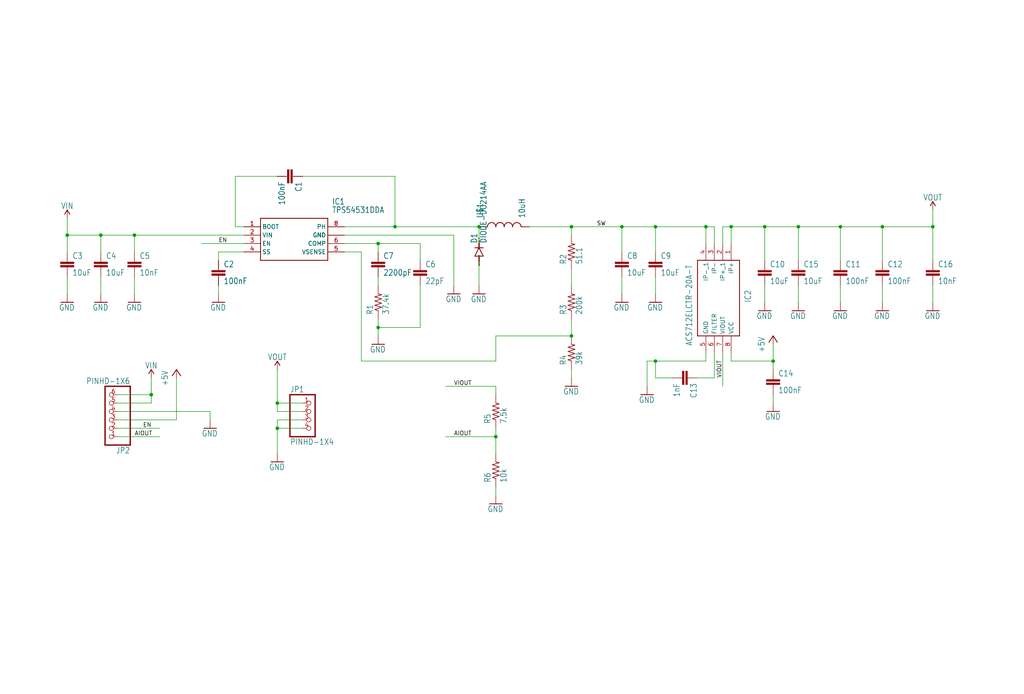
<source format=kicad_sch>
(kicad_sch (version 20211123) (generator eeschema)
  (paper "User" 309.524 210.007)
  (lib_symbols
    (symbol "buck module 5v-eagle-import:+5V" (power)
      (property "Value" "+5V" (at -2.54 -5.08 90))
      (symbol "+5V_1_0"
        (polyline (pts (xy 0 0) (xy -1.27 -1.905)) (stroke (width 0.254)))
        (polyline (pts (xy 1.27 -1.905) (xy 0 0)) (stroke (width 0.254)))
        (pin power_in line (at 0 -2.54 90) (length 2.54) (name "+5V") (number "1"))
      )
    )
    (symbol "buck module 5v-eagle-import:22UH-1040-5A"
      (property "Value" "22UH-1040-5A" (at 2.54 -6.35 0))
      (symbol "22UH-1040-5A_1_0"
        (arc (start 0 -5.08) (mid 0.898 -4.708) (end 1.27 -3.81) (stroke (width 0.254)))
        (arc (start 0 -2.54) (mid 0.898 -2.168) (end 1.27 -1.27) (stroke (width 0.254)))
        (arc (start 0 0) (mid 0.898 0.372) (end 1.27 1.27) (stroke (width 0.254)))
        (arc (start 0 2.54) (mid 0.898 2.912) (end 1.27 3.81) (stroke (width 0.254)))
        (arc (start 1.27 -3.81) (mid 0.898 -2.912) (end 0 -2.54) (stroke (width 0.254)))
        (arc (start 1.27 -1.27) (mid 0.898 -0.372) (end 0 0) (stroke (width 0.254)))
        (arc (start 1.27 1.27) (mid 0.898 2.168) (end 0 2.54) (stroke (width 0.254)))
        (arc (start 1.27 3.81) (mid 0.898 4.708) (end 0 5.08) (stroke (width 0.254)))
        (pin passive line (at 0 7.62 270) (length 2.54) (name "1") (number "P$1"))
        (pin passive line (at 0 -7.62 90) (length 2.54) (name "2") (number "P$2"))
      )
    )
    (symbol "buck module 5v-eagle-import:ACS712ELCTR-20A-T"
      (property "Reference" "IC" (at 13.97 10.16 0))
      (property "Value" "ACS712ELCTR-20A-T" (at 13.97 7.62 0))
      (symbol "ACS712ELCTR-20A-T_1_0"
        (polyline (pts (xy -10.16 5.08) (xy -10.16 -7.62)) (stroke (width 0.254)))
        (polyline (pts (xy -10.16 5.08) (xy 12.7 5.08)) (stroke (width 0.254)))
        (polyline (pts (xy 12.7 -7.62) (xy -10.16 -7.62)) (stroke (width 0.254)))
        (polyline (pts (xy 12.7 -7.62) (xy 12.7 5.08)) (stroke (width 0.254)))
        (pin bidirectional line (at -15.24 2.54 0) (length 5.08) (name "IP+") (number "1"))
        (pin bidirectional line (at -15.24 0 0) (length 5.08) (name "IP+_1") (number "2"))
        (pin bidirectional line (at -15.24 -2.54 0) (length 5.08) (name "IP-") (number "3"))
        (pin bidirectional line (at -15.24 -5.08 0) (length 5.08) (name "IP-_1") (number "4"))
        (pin power_in line (at 17.78 -5.08 180) (length 5.08) (name "GND") (number "5"))
        (pin bidirectional line (at 17.78 -2.54 180) (length 5.08) (name "FILTER") (number "6"))
        (pin bidirectional line (at 17.78 0 180) (length 5.08) (name "VIOUT") (number "7"))
        (pin power_in line (at 17.78 2.54 180) (length 5.08) (name "VCC") (number "8"))
      )
    )
    (symbol "buck module 5v-eagle-import:C-EUC0603"
      (property "Reference" "C" (at 1.524 0.381 0))
      (property "Value" "C-EUC0603" (at 1.524 -4.699 0))
      (symbol "C-EUC0603_1_0"
        (rectangle (start -2.032 -2.032) (end 2.032 -1.524) (fill (type outline)))
        (rectangle (start -2.032 -1.016) (end 2.032 -0.508) (fill (type outline)))
        (polyline (pts (xy 0 -2.54) (xy 0 -2.032)) (stroke (width 0.1524)))
        (polyline (pts (xy 0 0) (xy 0 -0.508)) (stroke (width 0.1524)))
        (pin passive line (at 0 2.54 270) (length 2.54) (name "1") (number "1"))
        (pin passive line (at 0 -5.08 90) (length 2.54) (name "2") (number "2"))
      )
    )
    (symbol "buck module 5v-eagle-import:C-EUC1206"
      (property "Reference" "C" (at 1.524 0.381 0))
      (property "Value" "C-EUC1206" (at 1.524 -4.699 0))
      (symbol "C-EUC1206_1_0"
        (rectangle (start -2.032 -2.032) (end 2.032 -1.524) (fill (type outline)))
        (rectangle (start -2.032 -1.016) (end 2.032 -0.508) (fill (type outline)))
        (polyline (pts (xy 0 -2.54) (xy 0 -2.032)) (stroke (width 0.1524)))
        (polyline (pts (xy 0 0) (xy 0 -0.508)) (stroke (width 0.1524)))
        (pin passive line (at 0 2.54 270) (length 2.54) (name "1") (number "1"))
        (pin passive line (at 0 -5.08 90) (length 2.54) (name "2") (number "2"))
      )
    )
    (symbol "buck module 5v-eagle-import:DIODE-DO214AA"
      (property "Reference" "D" (at 2.54 0.4826 0))
      (property "Value" "DIODE-DO214AA" (at 2.54 -2.3114 0))
      (symbol "DIODE-DO214AA_1_0"
        (polyline (pts (xy -1.27 -1.27) (xy 1.27 0)) (stroke (width 0.254)))
        (polyline (pts (xy -1.27 0) (xy -2.54 0)) (stroke (width 0.254)))
        (polyline (pts (xy -1.27 0) (xy -1.27 -1.27)) (stroke (width 0.254)))
        (polyline (pts (xy -1.27 1.27) (xy -1.27 0)) (stroke (width 0.254)))
        (polyline (pts (xy 1.27 0) (xy -1.27 1.27)) (stroke (width 0.254)))
        (polyline (pts (xy 1.27 0) (xy 1.27 -1.27)) (stroke (width 0.254)))
        (polyline (pts (xy 1.27 1.27) (xy 1.27 0)) (stroke (width 0.254)))
        (polyline (pts (xy 2.54 0) (xy 1.27 0)) (stroke (width 0.254)))
        (text "SpiceOrder 1" (at -2.54 0 0) (effects (font (size 0.4064 0.3454))))
        (text "SpiceOrder 2" (at 2.54 0 0) (effects (font (size 0.4064 0.3454))))
        (pin passive line (at -2.54 0 0) (length 0) (name "A") (number "A"))
        (pin passive line (at 2.54 0 180) (length 0) (name "C") (number "C"))
      )
    )
    (symbol "buck module 5v-eagle-import:GND" (power)
      (property "Value" "GND" (at -2.54 -2.54 0))
      (symbol "GND_1_0"
        (polyline (pts (xy -1.905 0) (xy 1.905 0)) (stroke (width 0.254)))
        (pin power_in line (at 0 2.54 270) (length 2.54) (name "GND") (number "1"))
      )
    )
    (symbol "buck module 5v-eagle-import:PINHD-1X4"
      (property "Reference" "JP" (at -6.35 8.255 0))
      (property "Value" "PINHD-1X4" (at -6.35 -7.62 0))
      (symbol "PINHD-1X4_1_0"
        (polyline (pts (xy -6.35 -5.08) (xy 1.27 -5.08)) (stroke (width 0.4064)))
        (polyline (pts (xy -6.35 7.62) (xy -6.35 -5.08)) (stroke (width 0.4064)))
        (polyline (pts (xy 1.27 -5.08) (xy 1.27 7.62)) (stroke (width 0.4064)))
        (polyline (pts (xy 1.27 7.62) (xy -6.35 7.62)) (stroke (width 0.4064)))
        (pin passive inverted (at -2.54 5.08 0) (length 2.54) (name "1") (number "1"))
        (pin passive inverted (at -2.54 2.54 0) (length 2.54) (name "2") (number "2"))
        (pin passive inverted (at -2.54 0 0) (length 2.54) (name "3") (number "3"))
        (pin passive inverted (at -2.54 -2.54 0) (length 2.54) (name "4") (number "4"))
      )
    )
    (symbol "buck module 5v-eagle-import:PINHD-1X6"
      (property "Reference" "JP" (at -6.35 10.795 0))
      (property "Value" "PINHD-1X6" (at -6.35 -10.16 0))
      (symbol "PINHD-1X6_1_0"
        (polyline (pts (xy -6.35 -7.62) (xy 1.27 -7.62)) (stroke (width 0.4064)))
        (polyline (pts (xy -6.35 10.16) (xy -6.35 -7.62)) (stroke (width 0.4064)))
        (polyline (pts (xy 1.27 -7.62) (xy 1.27 10.16)) (stroke (width 0.4064)))
        (polyline (pts (xy 1.27 10.16) (xy -6.35 10.16)) (stroke (width 0.4064)))
        (pin passive inverted (at -2.54 7.62 0) (length 2.54) (name "1") (number "1"))
        (pin passive inverted (at -2.54 5.08 0) (length 2.54) (name "2") (number "2"))
        (pin passive inverted (at -2.54 2.54 0) (length 2.54) (name "3") (number "3"))
        (pin passive inverted (at -2.54 0 0) (length 2.54) (name "4") (number "4"))
        (pin passive inverted (at -2.54 -2.54 0) (length 2.54) (name "5") (number "5"))
        (pin passive inverted (at -2.54 -5.08 0) (length 2.54) (name "6") (number "6"))
      )
    )
    (symbol "buck module 5v-eagle-import:R-US_R0603"
      (property "Reference" "R" (at -3.81 1.4986 0))
      (property "Value" "R-US_R0603" (at -3.81 -3.302 0))
      (symbol "R-US_R0603_1_0"
        (polyline (pts (xy -2.54 0) (xy -2.159 1.016)) (stroke (width 0.2032)))
        (polyline (pts (xy -2.159 1.016) (xy -1.524 -1.016)) (stroke (width 0.2032)))
        (polyline (pts (xy -1.524 -1.016) (xy -0.889 1.016)) (stroke (width 0.2032)))
        (polyline (pts (xy -0.889 1.016) (xy -0.254 -1.016)) (stroke (width 0.2032)))
        (polyline (pts (xy -0.254 -1.016) (xy 0.381 1.016)) (stroke (width 0.2032)))
        (polyline (pts (xy 0.381 1.016) (xy 1.016 -1.016)) (stroke (width 0.2032)))
        (polyline (pts (xy 1.016 -1.016) (xy 1.651 1.016)) (stroke (width 0.2032)))
        (polyline (pts (xy 1.651 1.016) (xy 2.286 -1.016)) (stroke (width 0.2032)))
        (polyline (pts (xy 2.286 -1.016) (xy 2.54 0)) (stroke (width 0.2032)))
        (pin passive line (at -5.08 0 0) (length 2.54) (name "1") (number "1"))
        (pin passive line (at 5.08 0 180) (length 2.54) (name "2") (number "2"))
      )
    )
    (symbol "buck module 5v-eagle-import:TPS54531DDA"
      (property "Reference" "IC" (at 11.43 10.16 0))
      (property "Value" "TPS54531DDA" (at 11.43 7.62 0))
      (symbol "TPS54531DDA_1_0"
        (polyline (pts (xy -10.16 5.08) (xy -10.16 -7.62)) (stroke (width 0.254)))
        (polyline (pts (xy -10.16 5.08) (xy 10.16 5.08)) (stroke (width 0.254)))
        (polyline (pts (xy 10.16 -7.62) (xy -10.16 -7.62)) (stroke (width 0.254)))
        (polyline (pts (xy 10.16 -7.62) (xy 10.16 5.08)) (stroke (width 0.254)))
        (pin bidirectional line (at -15.24 2.54 0) (length 5.08) (name "BOOT") (number "1"))
        (pin bidirectional line (at -15.24 0 0) (length 5.08) (name "VIN") (number "2"))
        (pin bidirectional line (at -15.24 -2.54 0) (length 5.08) (name "EN") (number "3"))
        (pin bidirectional line (at -15.24 -5.08 0) (length 5.08) (name "SS") (number "4"))
        (pin bidirectional line (at 15.24 -5.08 180) (length 5.08) (name "VSENSE") (number "5"))
        (pin bidirectional line (at 15.24 -2.54 180) (length 5.08) (name "COMP") (number "6"))
        (pin bidirectional line (at 15.24 0 180) (length 5.08) (name "GND") (number "7"))
        (pin bidirectional line (at 15.24 2.54 180) (length 5.08) (name "PH") (number "8"))
        (pin bidirectional line (at 15.24 0 180) (length 5.08) (name "GND") (number "9"))
      )
    )
    (symbol "buck module 5v-eagle-import:VIN" (power)
      (property "Value" "VIN" (at 0 2.794 0))
      (symbol "VIN_1_0"
        (polyline (pts (xy 0 2.54) (xy -0.762 1.27)) (stroke (width 0.254)))
        (polyline (pts (xy 0.762 1.27) (xy 0 2.54)) (stroke (width 0.254)))
        (pin power_in line (at 0 0 90) (length 2.54) (name "VIN") (number "1"))
      )
    )
    (symbol "buck module 5v-eagle-import:VOUT" (power)
      (property "Value" "VOUT" (at 0 2.794 0))
      (symbol "VOUT_1_0"
        (polyline (pts (xy 0 2.54) (xy -0.762 1.27)) (stroke (width 0.254)))
        (polyline (pts (xy 0.762 1.27) (xy 0 2.54)) (stroke (width 0.254)))
        (pin power_in line (at 0 0 90) (length 2.54) (name "VOUT") (number "1"))
      )
    )
  )
  (junction (at 198.12 109.22))
  (junction (at 114.3 99.06))
  (junction (at 281.94 68.58))
  (junction (at 83.82 121.92))
  (junction (at 30.48 71.12))
  (junction (at 233.68 109.22))
  (junction (at 149.86 132.08))
  (junction (at 213.36 68.58))
  (junction (at 45.72 119.38))
  (junction (at 144.78 68.58))
  (junction (at 20.32 71.12))
  (junction (at 220.98 68.58))
  (junction (at 254 68.58))
  (junction (at 114.3 73.66))
  (junction (at 231.14 68.58))
  (junction (at 198.12 68.58))
  (junction (at 119.38 68.58))
  (junction (at 241.3 68.58))
  (junction (at 187.96 68.58))
  (junction (at 40.64 71.12))
  (junction (at 172.72 68.58))
  (junction (at 83.82 129.54))
  (junction (at 172.72 101.6))
  (junction (at 266.7 68.58))
  (wire (pts (xy 172.72 101.6) (xy 172.72 96.52)))
  (wire (pts (xy 114.3 86.36) (xy 114.3 83.82)))
  (wire (pts (xy 119.38 68.58) (xy 104.14 68.58)))
  (wire (pts (xy 220.98 106.68) (xy 220.98 109.22)))
  (wire (pts (xy 73.66 71.12) (xy 40.64 71.12)))
  (wire (pts (xy 20.32 88.9) (xy 20.32 83.82)))
  (wire (pts (xy 40.64 71.12) (xy 30.48 71.12)))
  (wire (pts (xy 114.3 76.2) (xy 114.3 73.66)))
  (wire (pts (xy 73.66 76.2) (xy 66.04 76.2)))
  (wire (pts (xy 231.14 91.44) (xy 231.14 86.36)))
  (wire (pts (xy 91.44 121.92) (xy 83.82 121.92)))
  (wire (pts (xy 40.64 76.2) (xy 40.64 71.12)))
  (wire (pts (xy 73.66 73.66) (xy 60.96 73.66)))
  (wire (pts (xy 66.04 88.9) (xy 66.04 86.36)))
  (wire (pts (xy 53.34 127) (xy 53.34 114.3)))
  (wire (pts (xy 231.14 78.74) (xy 231.14 68.58)))
  (wire (pts (xy 83.82 124.46) (xy 83.82 121.92)))
  (wire (pts (xy 218.44 106.68) (xy 218.44 116.84)))
  (wire (pts (xy 83.82 127) (xy 83.82 129.54)))
  (wire (pts (xy 187.96 68.58) (xy 198.12 68.58)))
  (wire (pts (xy 198.12 114.3) (xy 198.12 109.22)))
  (wire (pts (xy 40.64 88.9) (xy 40.64 83.82)))
  (wire (pts (xy 30.48 71.12) (xy 20.32 71.12)))
  (wire (pts (xy 254 68.58) (xy 266.7 68.58)))
  (wire (pts (xy 198.12 109.22) (xy 195.58 109.22)))
  (wire (pts (xy 45.72 119.38) (xy 45.72 114.3)))
  (wire (pts (xy 83.82 121.92) (xy 83.82 111.76)))
  (wire (pts (xy 109.22 109.22) (xy 149.86 109.22)))
  (wire (pts (xy 20.32 76.2) (xy 20.32 71.12)))
  (wire (pts (xy 104.14 76.2) (xy 109.22 76.2)))
  (wire (pts (xy 281.94 91.44) (xy 281.94 86.36)))
  (wire (pts (xy 213.36 106.68) (xy 213.36 109.22)))
  (wire (pts (xy 114.3 96.52) (xy 114.3 99.06)))
  (wire (pts (xy 149.86 101.6) (xy 172.72 101.6)))
  (wire (pts (xy 91.44 124.46) (xy 83.82 124.46)))
  (wire (pts (xy 35.56 124.46) (xy 63.5 124.46)))
  (wire (pts (xy 63.5 124.46) (xy 63.5 127)))
  (wire (pts (xy 172.72 114.3) (xy 172.72 111.76)))
  (wire (pts (xy 35.56 119.38) (xy 45.72 119.38)))
  (wire (pts (xy 215.9 73.66) (xy 215.9 68.58)))
  (wire (pts (xy 91.44 53.34) (xy 119.38 53.34)))
  (wire (pts (xy 119.38 53.34) (xy 119.38 68.58)))
  (wire (pts (xy 149.86 132.08) (xy 134.62 132.08)))
  (wire (pts (xy 198.12 76.2) (xy 198.12 68.58)))
  (wire (pts (xy 172.72 68.58) (xy 187.96 68.58)))
  (wire (pts (xy 213.36 68.58) (xy 215.9 68.58)))
  (wire (pts (xy 218.44 73.66) (xy 218.44 68.58)))
  (wire (pts (xy 127 86.36) (xy 127 99.06)))
  (wire (pts (xy 254 91.44) (xy 254 86.36)))
  (wire (pts (xy 149.86 132.08) (xy 149.86 137.16)))
  (wire (pts (xy 213.36 73.66) (xy 213.36 68.58)))
  (wire (pts (xy 187.96 88.9) (xy 187.96 83.82)))
  (wire (pts (xy 233.68 121.92) (xy 233.68 119.38)))
  (wire (pts (xy 144.78 86.36) (xy 144.78 78.74)))
  (wire (pts (xy 91.44 127) (xy 83.82 127)))
  (wire (pts (xy 66.04 76.2) (xy 66.04 78.74)))
  (wire (pts (xy 281.94 68.58) (xy 281.94 63.5)))
  (wire (pts (xy 241.3 78.74) (xy 241.3 68.58)))
  (wire (pts (xy 215.9 114.3) (xy 210.82 114.3)))
  (wire (pts (xy 35.56 132.08) (xy 48.26 132.08)))
  (wire (pts (xy 149.86 129.54) (xy 149.86 132.08)))
  (wire (pts (xy 35.56 127) (xy 53.34 127)))
  (wire (pts (xy 91.44 129.54) (xy 83.82 129.54)))
  (wire (pts (xy 104.14 71.12) (xy 137.16 71.12)))
  (wire (pts (xy 35.56 129.54) (xy 48.26 129.54)))
  (wire (pts (xy 241.3 91.44) (xy 241.3 86.36)))
  (wire (pts (xy 215.9 106.68) (xy 215.9 114.3)))
  (wire (pts (xy 83.82 129.54) (xy 83.82 137.16)))
  (wire (pts (xy 160.02 68.58) (xy 172.72 68.58)))
  (wire (pts (xy 73.66 68.58) (xy 71.12 68.58)))
  (wire (pts (xy 172.72 81.28) (xy 172.72 86.36)))
  (wire (pts (xy 109.22 76.2) (xy 109.22 109.22)))
  (wire (pts (xy 198.12 68.58) (xy 213.36 68.58)))
  (wire (pts (xy 30.48 76.2) (xy 30.48 71.12)))
  (wire (pts (xy 218.44 68.58) (xy 220.98 68.58)))
  (wire (pts (xy 220.98 73.66) (xy 220.98 68.58)))
  (wire (pts (xy 104.14 73.66) (xy 114.3 73.66)))
  (wire (pts (xy 266.7 86.36) (xy 266.7 91.44)))
  (wire (pts (xy 254 78.74) (xy 254 68.58)))
  (wire (pts (xy 231.14 68.58) (xy 241.3 68.58)))
  (wire (pts (xy 45.72 121.92) (xy 45.72 119.38)))
  (wire (pts (xy 233.68 109.22) (xy 233.68 104.14)))
  (wire (pts (xy 114.3 99.06) (xy 114.3 101.6)))
  (wire (pts (xy 35.56 121.92) (xy 45.72 121.92)))
  (wire (pts (xy 20.32 71.12) (xy 20.32 66.04)))
  (wire (pts (xy 30.48 88.9) (xy 30.48 83.82)))
  (wire (pts (xy 149.86 147.32) (xy 149.86 149.86)))
  (wire (pts (xy 266.7 68.58) (xy 281.94 68.58)))
  (wire (pts (xy 137.16 71.12) (xy 137.16 86.36)))
  (wire (pts (xy 198.12 88.9) (xy 198.12 83.82)))
  (wire (pts (xy 233.68 111.76) (xy 233.68 109.22)))
  (wire (pts (xy 144.78 73.66) (xy 144.78 68.58)))
  (wire (pts (xy 119.38 68.58) (xy 144.78 68.58)))
  (wire (pts (xy 114.3 73.66) (xy 127 73.66)))
  (wire (pts (xy 266.7 78.74) (xy 266.7 68.58)))
  (wire (pts (xy 149.86 109.22) (xy 149.86 101.6)))
  (wire (pts (xy 220.98 109.22) (xy 233.68 109.22)))
  (wire (pts (xy 172.72 71.12) (xy 172.72 68.58)))
  (wire (pts (xy 281.94 68.58) (xy 281.94 78.74)))
  (wire (pts (xy 71.12 68.58) (xy 71.12 53.34)))
  (wire (pts (xy 127 73.66) (xy 127 78.74)))
  (wire (pts (xy 241.3 68.58) (xy 254 68.58)))
  (wire (pts (xy 71.12 53.34) (xy 83.82 53.34)))
  (wire (pts (xy 149.86 119.38) (xy 149.86 116.84)))
  (wire (pts (xy 127 99.06) (xy 114.3 99.06)))
  (wire (pts (xy 195.58 109.22) (xy 195.58 116.84)))
  (wire (pts (xy 203.2 114.3) (xy 198.12 114.3)))
  (wire (pts (xy 213.36 109.22) (xy 198.12 109.22)))
  (wire (pts (xy 220.98 68.58) (xy 231.14 68.58)))
  (wire (pts (xy 149.86 116.84) (xy 134.62 116.84)))
  (wire (pts (xy 187.96 76.2) (xy 187.96 68.58)))
  (label "AIOUT" (at 137.16 132.08 0) (effects (font (size 1.2446 1.2446))))
  (label "EN" (at 66.04 73.66 0) (effects (font (size 1.2446 1.2446))))
  (label "SW" (at 180.34 68.58 0) (effects (font (size 1.2446 1.2446))))
  (label "VIOUT" (at 218.44 114.3 90) (effects (font (size 1.2446 1.2446))))
  (label "AIOUT" (at 40.64 132.08 0) (effects (font (size 1.2446 1.2446))))
  (label "VIOUT" (at 137.16 116.84 0) (effects (font (size 1.2446 1.2446))))
  (label "EN" (at 43.18 129.54 0) (effects (font (size 1.2446 1.2446))))
  (symbol (lib_id "buck module 5v-eagle-import:GND") (at 266.7 93.98 0) (unit 1)
    (property "Reference" "#GND14" (effects hide))
    (property "Value" "GND" (at 264.16 96.52 0) (effects (font (size 1.778 1.5113)) (justify left bottom)))
    (property "Footprint" "buck module 5v:" (effects hide))
  )
  (symbol (lib_id "buck module 5v-eagle-import:C-EUC1206") (at 187.96 78.74 0) (unit 1)
    (property "Reference" "C8" (at 189.484 78.359 0) (effects (font (size 1.778 1.5113)) (justify left bottom)))
    (property "Value" "10uF" (at 189.484 83.439 0) (effects (font (size 1.778 1.5113)) (justify left bottom)))
    (property "Footprint" "buck module 5v:C1206" (effects hide))
  )
  (symbol (lib_id "buck module 5v-eagle-import:VOUT") (at 281.94 63.5 0) (unit 1)
    (property "Reference" "#SUPPLY2" (effects hide))
    (property "Value" "VOUT" (at 281.94 60.706 0) (effects (font (size 1.778 1.5113)) (justify bottom)))
    (property "Footprint" "buck module 5v:" (effects hide))
  )
  (symbol (lib_id "buck module 5v-eagle-import:C-EUC1206") (at 198.12 78.74 0) (unit 1)
    (property "Reference" "C9" (at 199.644 78.359 0) (effects (font (size 1.778 1.5113)) (justify left bottom)))
    (property "Value" "10uF" (at 199.644 83.439 0) (effects (font (size 1.778 1.5113)) (justify left bottom)))
    (property "Footprint" "buck module 5v:C1206" (effects hide))
  )
  (symbol (lib_id "buck module 5v-eagle-import:R-US_R0603") (at 172.72 76.2 90) (unit 1)
    (property "Reference" "R2" (at 171.2214 80.01 0) (effects (font (size 1.778 1.5113)) (justify left bottom)))
    (property "Value" "51.1" (at 176.022 80.01 0) (effects (font (size 1.778 1.5113)) (justify left bottom)))
    (property "Footprint" "buck module 5v:R0603" (effects hide))
  )
  (symbol (lib_id "buck module 5v-eagle-import:GND") (at 149.86 152.4 0) (unit 1)
    (property "Reference" "#GND15" (effects hide))
    (property "Value" "GND" (at 147.32 154.94 0) (effects (font (size 1.778 1.5113)) (justify left bottom)))
    (property "Footprint" "buck module 5v:" (effects hide))
  )
  (symbol (lib_id "buck module 5v-eagle-import:GND") (at 137.16 88.9 0) (unit 1)
    (property "Reference" "#GND1" (effects hide))
    (property "Value" "GND" (at 134.62 91.44 0) (effects (font (size 1.778 1.5113)) (justify left bottom)))
    (property "Footprint" "buck module 5v:" (effects hide))
  )
  (symbol (lib_id "buck module 5v-eagle-import:GND") (at 114.3 104.14 0) (unit 1)
    (property "Reference" "#GND4" (effects hide))
    (property "Value" "GND" (at 111.76 106.68 0) (effects (font (size 1.778 1.5113)) (justify left bottom)))
    (property "Footprint" "buck module 5v:" (effects hide))
  )
  (symbol (lib_id "buck module 5v-eagle-import:C-EUC0603") (at 281.94 81.28 0) (unit 1)
    (property "Reference" "C16" (at 283.464 80.899 0) (effects (font (size 1.778 1.5113)) (justify left bottom)))
    (property "Value" "10nF" (at 283.464 85.979 0) (effects (font (size 1.778 1.5113)) (justify left bottom)))
    (property "Footprint" "buck module 5v:C0603" (effects hide))
  )
  (symbol (lib_id "buck module 5v-eagle-import:C-EUC0603") (at 127 81.28 0) (unit 1)
    (property "Reference" "C6" (at 128.524 80.899 0) (effects (font (size 1.778 1.5113)) (justify left bottom)))
    (property "Value" "22pF" (at 128.524 85.979 0) (effects (font (size 1.778 1.5113)) (justify left bottom)))
    (property "Footprint" "buck module 5v:C0603" (effects hide))
  )
  (symbol (lib_id "buck module 5v-eagle-import:GND") (at 172.72 116.84 0) (unit 1)
    (property "Reference" "#GND8" (effects hide))
    (property "Value" "GND" (at 170.18 119.38 0) (effects (font (size 1.778 1.5113)) (justify left bottom)))
    (property "Footprint" "buck module 5v:" (effects hide))
  )
  (symbol (lib_id "buck module 5v-eagle-import:C-EUC0603") (at 233.68 114.3 0) (unit 1)
    (property "Reference" "C14" (at 235.204 113.919 0) (effects (font (size 1.778 1.5113)) (justify left bottom)))
    (property "Value" "100nF" (at 235.204 118.999 0) (effects (font (size 1.778 1.5113)) (justify left bottom)))
    (property "Footprint" "buck module 5v:C0603" (effects hide))
  )
  (symbol (lib_id "buck module 5v-eagle-import:GND") (at 195.58 119.38 0) (unit 1)
    (property "Reference" "#GND11" (effects hide))
    (property "Value" "GND" (at 193.04 121.92 0) (effects (font (size 1.778 1.5113)) (justify left bottom)))
    (property "Footprint" "buck module 5v:" (effects hide))
  )
  (symbol (lib_id "buck module 5v-eagle-import:+5V") (at 53.34 111.76 0) (unit 1)
    (property "Reference" "#P+2" (effects hide))
    (property "Value" "+5V" (at 50.8 116.84 90) (effects (font (size 1.778 1.5113)) (justify left bottom)))
    (property "Footprint" "buck module 5v:" (effects hide))
  )
  (symbol (lib_id "buck module 5v-eagle-import:VIN") (at 20.32 66.04 0) (unit 1)
    (property "Reference" "#SUPPLY1" (effects hide))
    (property "Value" "VIN" (at 20.32 63.246 0) (effects (font (size 1.778 1.5113)) (justify bottom)))
    (property "Footprint" "buck module 5v:" (effects hide))
  )
  (symbol (lib_id "buck module 5v-eagle-import:C-EUC0603") (at 266.7 81.28 0) (unit 1)
    (property "Reference" "C12" (at 268.224 80.899 0) (effects (font (size 1.778 1.5113)) (justify left bottom)))
    (property "Value" "100nF" (at 268.224 85.979 0) (effects (font (size 1.778 1.5113)) (justify left bottom)))
    (property "Footprint" "buck module 5v:C0603" (effects hide))
  )
  (symbol (lib_id "buck module 5v-eagle-import:GND") (at 66.04 91.44 0) (unit 1)
    (property "Reference" "#GND2" (effects hide))
    (property "Value" "GND" (at 63.5 93.98 0) (effects (font (size 1.778 1.5113)) (justify left bottom)))
    (property "Footprint" "buck module 5v:" (effects hide))
  )
  (symbol (lib_id "buck module 5v-eagle-import:PINHD-1X6") (at 33.02 124.46 180) (unit 1)
    (property "Reference" "JP2" (at 39.37 135.255 0) (effects (font (size 1.778 1.5113)) (justify left bottom)))
    (property "Value" "PINHD-1X6" (at 39.37 114.3 0) (effects (font (size 1.778 1.5113)) (justify left bottom)))
    (property "Footprint" "buck module 5v:1X06" (effects hide))
  )
  (symbol (lib_id "buck module 5v-eagle-import:VIN") (at 45.72 114.3 0) (unit 1)
    (property "Reference" "#SUPPLY4" (effects hide))
    (property "Value" "VIN" (at 45.72 111.506 0) (effects (font (size 1.778 1.5113)) (justify bottom)))
    (property "Footprint" "buck module 5v:" (effects hide))
  )
  (symbol (lib_id "buck module 5v-eagle-import:GND") (at 83.82 139.7 0) (unit 1)
    (property "Reference" "#GND16" (effects hide))
    (property "Value" "GND" (at 81.28 142.24 0) (effects (font (size 1.778 1.5113)) (justify left bottom)))
    (property "Footprint" "buck module 5v:" (effects hide))
  )
  (symbol (lib_id "buck module 5v-eagle-import:C-EUC0603") (at 40.64 78.74 0) (unit 1)
    (property "Reference" "C5" (at 42.164 78.359 0) (effects (font (size 1.778 1.5113)) (justify left bottom)))
    (property "Value" "10nF" (at 42.164 83.439 0) (effects (font (size 1.778 1.5113)) (justify left bottom)))
    (property "Footprint" "buck module 5v:C0603" (effects hide))
  )
  (symbol (lib_id "buck module 5v-eagle-import:GND") (at 187.96 91.44 0) (unit 1)
    (property "Reference" "#GND9" (effects hide))
    (property "Value" "GND" (at 185.42 93.98 0) (effects (font (size 1.778 1.5113)) (justify left bottom)))
    (property "Footprint" "buck module 5v:" (effects hide))
  )
  (symbol (lib_id "buck module 5v-eagle-import:ACS712ELCTR-20A-T") (at 218.44 88.9 270) (unit 1)
    (property "Reference" "IC2" (at 226.06 87.63 0) (effects (font (size 1.778 1.5113)) (justify left)))
    (property "Value" "ACS712ELCTR-20A-T" (at 208.28 80.01 0) (effects (font (size 1.778 1.5113)) (justify left)))
    (property "Footprint" "buck module 5v:SOIC127P600X175-8N" (effects hide))
  )
  (symbol (lib_id "buck module 5v-eagle-import:C-EUC1206") (at 231.14 81.28 0) (unit 1)
    (property "Reference" "C10" (at 232.664 80.899 0) (effects (font (size 1.778 1.5113)) (justify left bottom)))
    (property "Value" "10uF" (at 232.664 85.979 0) (effects (font (size 1.778 1.5113)) (justify left bottom)))
    (property "Footprint" "buck module 5v:C1206" (effects hide))
  )
  (symbol (lib_id "buck module 5v-eagle-import:GND") (at 254 93.98 0) (unit 1)
    (property "Reference" "#GND13" (effects hide))
    (property "Value" "GND" (at 251.46 96.52 0) (effects (font (size 1.778 1.5113)) (justify left bottom)))
    (property "Footprint" "buck module 5v:" (effects hide))
  )
  (symbol (lib_id "buck module 5v-eagle-import:GND") (at 281.94 93.98 0) (unit 1)
    (property "Reference" "#GND20" (effects hide))
    (property "Value" "GND" (at 279.4 96.52 0) (effects (font (size 1.778 1.5113)) (justify left bottom)))
    (property "Footprint" "buck module 5v:" (effects hide))
  )
  (symbol (lib_id "buck module 5v-eagle-import:R-US_R0603") (at 172.72 91.44 90) (unit 1)
    (property "Reference" "R3" (at 171.2214 95.25 0) (effects (font (size 1.778 1.5113)) (justify left bottom)))
    (property "Value" "200k" (at 176.022 95.25 0) (effects (font (size 1.778 1.5113)) (justify left bottom)))
    (property "Footprint" "buck module 5v:R0603" (effects hide))
  )
  (symbol (lib_id "buck module 5v-eagle-import:C-EUC0603") (at 88.9 53.34 270) (unit 1)
    (property "Reference" "C1" (at 89.281 54.864 0) (effects (font (size 1.778 1.5113)) (justify left bottom)))
    (property "Value" "100nF" (at 84.201 54.864 0) (effects (font (size 1.778 1.5113)) (justify left bottom)))
    (property "Footprint" "buck module 5v:C0603" (effects hide))
  )
  (symbol (lib_id "buck module 5v-eagle-import:GND") (at 233.68 124.46 0) (unit 1)
    (property "Reference" "#GND18" (effects hide))
    (property "Value" "GND" (at 231.14 127 0) (effects (font (size 1.778 1.5113)) (justify left bottom)))
    (property "Footprint" "buck module 5v:" (effects hide))
  )
  (symbol (lib_id "buck module 5v-eagle-import:GND") (at 63.5 129.54 0) (unit 1)
    (property "Reference" "#GND17" (effects hide))
    (property "Value" "GND" (at 60.96 132.08 0) (effects (font (size 1.778 1.5113)) (justify left bottom)))
    (property "Footprint" "buck module 5v:" (effects hide))
  )
  (symbol (lib_id "buck module 5v-eagle-import:R-US_R0603") (at 172.72 106.68 90) (unit 1)
    (property "Reference" "R4" (at 171.2214 110.49 0) (effects (font (size 1.778 1.5113)) (justify left bottom)))
    (property "Value" "39k" (at 176.022 110.49 0) (effects (font (size 1.778 1.5113)) (justify left bottom)))
    (property "Footprint" "buck module 5v:R0603" (effects hide))
  )
  (symbol (lib_id "buck module 5v-eagle-import:DIODE-DO214AA") (at 144.78 76.2 90) (unit 1)
    (property "Reference" "D1" (at 144.2974 73.66 0) (effects (font (size 1.778 1.5113)) (justify left bottom)))
    (property "Value" "DIODE-DO214AA" (at 147.0914 73.66 0) (effects (font (size 1.778 1.5113)) (justify left bottom)))
    (property "Footprint" "buck module 5v:DO214AA" (effects hide))
  )
  (symbol (lib_id "buck module 5v-eagle-import:GND") (at 30.48 91.44 0) (unit 1)
    (property "Reference" "#GND6" (effects hide))
    (property "Value" "GND" (at 27.94 93.98 0) (effects (font (size 1.778 1.5113)) (justify left bottom)))
    (property "Footprint" "buck module 5v:" (effects hide))
  )
  (symbol (lib_id "buck module 5v-eagle-import:C-EUC0603") (at 254 81.28 0) (unit 1)
    (property "Reference" "C11" (at 255.524 80.899 0) (effects (font (size 1.778 1.5113)) (justify left bottom)))
    (property "Value" "100nF" (at 255.524 85.979 0) (effects (font (size 1.778 1.5113)) (justify left bottom)))
    (property "Footprint" "buck module 5v:C0603" (effects hide))
  )
  (symbol (lib_id "buck module 5v-eagle-import:GND") (at 231.14 93.98 0) (unit 1)
    (property "Reference" "#GND12" (effects hide))
    (property "Value" "GND" (at 228.6 96.52 0) (effects (font (size 1.778 1.5113)) (justify left bottom)))
    (property "Footprint" "buck module 5v:" (effects hide))
  )
  (symbol (lib_id "buck module 5v-eagle-import:GND") (at 20.32 91.44 0) (unit 1)
    (property "Reference" "#GND5" (effects hide))
    (property "Value" "GND" (at 17.78 93.98 0) (effects (font (size 1.778 1.5113)) (justify left bottom)))
    (property "Footprint" "buck module 5v:" (effects hide))
  )
  (symbol (lib_id "buck module 5v-eagle-import:C-EUC0603") (at 208.28 114.3 270) (unit 1)
    (property "Reference" "C13" (at 208.661 115.824 0) (effects (font (size 1.778 1.5113)) (justify left bottom)))
    (property "Value" "1nF" (at 203.581 115.824 0) (effects (font (size 1.778 1.5113)) (justify left bottom)))
    (property "Footprint" "buck module 5v:C0603" (effects hide))
  )
  (symbol (lib_id "buck module 5v-eagle-import:R-US_R0603") (at 114.3 91.44 90) (unit 1)
    (property "Reference" "R1" (at 112.8014 95.25 0) (effects (font (size 1.778 1.5113)) (justify left bottom)))
    (property "Value" "37.4k" (at 117.602 95.25 0) (effects (font (size 1.778 1.5113)) (justify left bottom)))
    (property "Footprint" "buck module 5v:R0603" (effects hide))
  )
  (symbol (lib_id "buck module 5v-eagle-import:TPS54531DDA") (at 88.9 71.12 0) (unit 1)
    (property "Reference" "IC1" (at 100.33 60.96 0) (effects (font (size 1.778 1.5113)) (justify left)))
    (property "Value" "TPS54531DDA" (at 100.33 63.5 0) (effects (font (size 1.778 1.5113)) (justify left)))
    (property "Footprint" "buck module 5v:SOIC127P600X170-9N" (effects hide))
  )
  (symbol (lib_id "buck module 5v-eagle-import:GND") (at 144.78 88.9 0) (unit 1)
    (property "Reference" "#GND3" (effects hide))
    (property "Value" "GND" (at 142.24 91.44 0) (effects (font (size 1.778 1.5113)) (justify left bottom)))
    (property "Footprint" "buck module 5v:" (effects hide))
  )
  (symbol (lib_id "buck module 5v-eagle-import:22UH-1040-5A") (at 152.4 68.58 90) (unit 1)
    (property "Reference" "U$1" (at 146.05 66.04 0) (effects (font (size 1.778 1.5113)) (justify left bottom)))
    (property "Value" "10uH" (at 158.75 66.04 0) (effects (font (size 1.778 1.5113)) (justify left bottom)))
    (property "Footprint" "buck module 5v:22UH-1040-5A" (effects hide))
  )
  (symbol (lib_id "buck module 5v-eagle-import:+5V") (at 233.68 101.6 0) (unit 1)
    (property "Reference" "#P+1" (effects hide))
    (property "Value" "+5V" (at 231.14 106.68 90) (effects (font (size 1.778 1.5113)) (justify left bottom)))
    (property "Footprint" "buck module 5v:" (effects hide))
  )
  (symbol (lib_id "buck module 5v-eagle-import:VOUT") (at 83.82 111.76 0) (unit 1)
    (property "Reference" "#SUPPLY3" (effects hide))
    (property "Value" "VOUT" (at 83.82 108.966 0) (effects (font (size 1.778 1.5113)) (justify bottom)))
    (property "Footprint" "buck module 5v:" (effects hide))
  )
  (symbol (lib_id "buck module 5v-eagle-import:C-EUC0603") (at 66.04 81.28 0) (unit 1)
    (property "Reference" "C2" (at 67.564 80.899 0) (effects (font (size 1.778 1.5113)) (justify left bottom)))
    (property "Value" "100nF" (at 67.564 85.979 0) (effects (font (size 1.778 1.5113)) (justify left bottom)))
    (property "Footprint" "buck module 5v:C0603" (effects hide))
  )
  (symbol (lib_id "buck module 5v-eagle-import:PINHD-1X4") (at 93.98 127 0) (unit 1)
    (property "Reference" "JP1" (at 87.63 118.745 0) (effects (font (size 1.778 1.5113)) (justify left bottom)))
    (property "Value" "PINHD-1X4" (at 87.63 134.62 0) (effects (font (size 1.778 1.5113)) (justify left bottom)))
    (property "Footprint" "buck module 5v:1X04" (effects hide))
  )
  (symbol (lib_id "buck module 5v-eagle-import:GND") (at 241.3 93.98 0) (unit 1)
    (property "Reference" "#GND19" (effects hide))
    (property "Value" "GND" (at 238.76 96.52 0) (effects (font (size 1.778 1.5113)) (justify left bottom)))
    (property "Footprint" "buck module 5v:" (effects hide))
  )
  (symbol (lib_id "buck module 5v-eagle-import:C-EUC1206") (at 20.32 78.74 0) (unit 1)
    (property "Reference" "C3" (at 21.844 78.359 0) (effects (font (size 1.778 1.5113)) (justify left bottom)))
    (property "Value" "10uF" (at 21.844 83.439 0) (effects (font (size 1.778 1.5113)) (justify left bottom)))
    (property "Footprint" "buck module 5v:C1206" (effects hide))
  )
  (symbol (lib_id "buck module 5v-eagle-import:GND") (at 40.64 91.44 0) (unit 1)
    (property "Reference" "#GND7" (effects hide))
    (property "Value" "GND" (at 38.1 93.98 0) (effects (font (size 1.778 1.5113)) (justify left bottom)))
    (property "Footprint" "buck module 5v:" (effects hide))
  )
  (symbol (lib_id "buck module 5v-eagle-import:R-US_R0603") (at 149.86 142.24 90) (unit 1)
    (property "Reference" "R6" (at 148.3614 146.05 0) (effects (font (size 1.778 1.5113)) (justify left bottom)))
    (property "Value" "10k" (at 153.162 146.05 0) (effects (font (size 1.778 1.5113)) (justify left bottom)))
    (property "Footprint" "buck module 5v:R0603" (effects hide))
  )
  (symbol (lib_id "buck module 5v-eagle-import:C-EUC0603") (at 114.3 78.74 0) (unit 1)
    (property "Reference" "C7" (at 115.824 78.359 0) (effects (font (size 1.778 1.5113)) (justify left bottom)))
    (property "Value" "2200pF" (at 115.824 83.439 0) (effects (font (size 1.778 1.5113)) (justify left bottom)))
    (property "Footprint" "buck module 5v:C0603" (effects hide))
  )
  (symbol (lib_id "buck module 5v-eagle-import:GND") (at 198.12 91.44 0) (unit 1)
    (property "Reference" "#GND10" (effects hide))
    (property "Value" "GND" (at 195.58 93.98 0) (effects (font (size 1.778 1.5113)) (justify left bottom)))
    (property "Footprint" "buck module 5v:" (effects hide))
  )
  (symbol (lib_id "buck module 5v-eagle-import:C-EUC1206") (at 30.48 78.74 0) (unit 1)
    (property "Reference" "C4" (at 32.004 78.359 0) (effects (font (size 1.778 1.5113)) (justify left bottom)))
    (property "Value" "10uF" (at 32.004 83.439 0) (effects (font (size 1.778 1.5113)) (justify left bottom)))
    (property "Footprint" "buck module 5v:C1206" (effects hide))
  )
  (symbol (lib_id "buck module 5v-eagle-import:C-EUC1206") (at 241.3 81.28 0) (unit 1)
    (property "Reference" "C15" (at 242.824 80.899 0) (effects (font (size 1.778 1.5113)) (justify left bottom)))
    (property "Value" "10uF" (at 242.824 85.979 0) (effects (font (size 1.778 1.5113)) (justify left bottom)))
    (property "Footprint" "buck module 5v:C1206" (effects hide))
  )
  (symbol (lib_id "buck module 5v-eagle-import:R-US_R0603") (at 149.86 124.46 90) (unit 1)
    (property "Reference" "R5" (at 148.3614 128.27 0) (effects (font (size 1.778 1.5113)) (justify left bottom)))
    (property "Value" "7.5k" (at 153.162 128.27 0) (effects (font (size 1.778 1.5113)) (justify left bottom)))
    (property "Footprint" "buck module 5v:R0603" (effects hide))
  )
)
</source>
